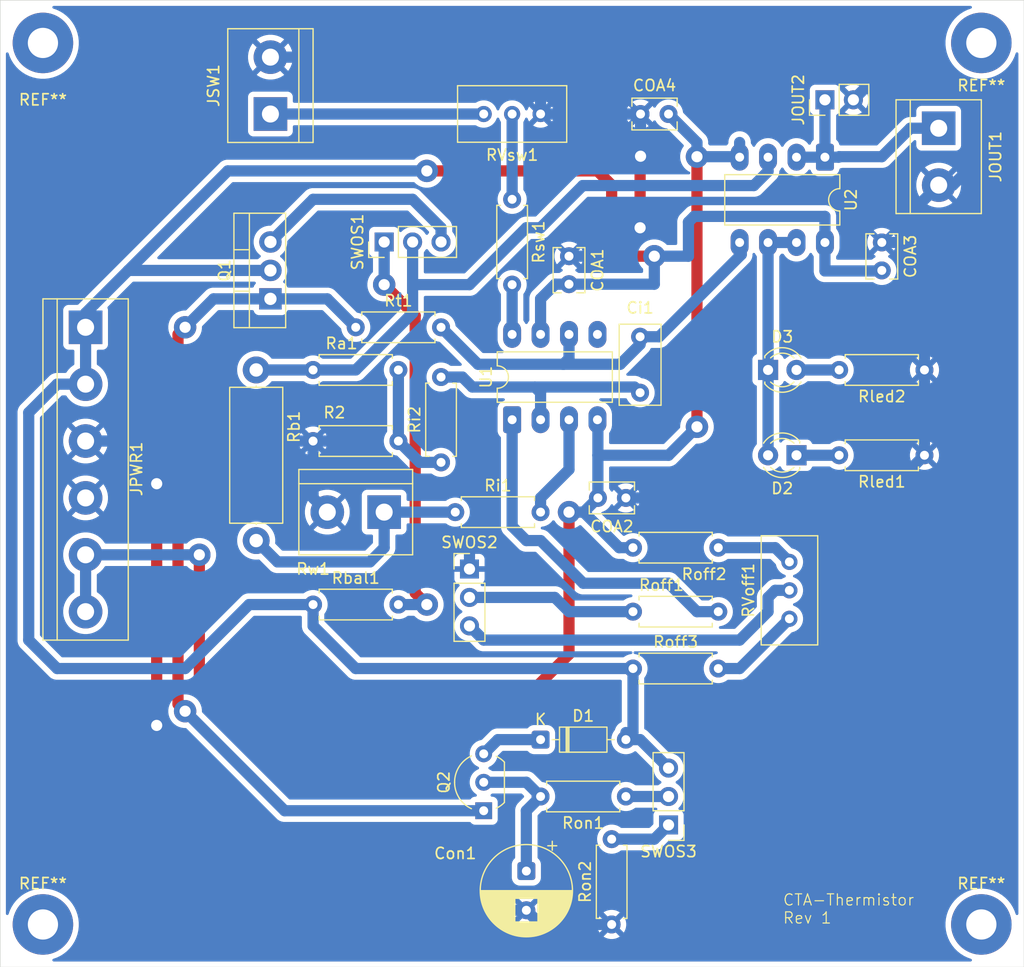
<source format=kicad_pcb>
(kicad_pcb (version 20241229) (generator "pcbnew") (generator_version "9.0")
  (layers (0 "F.Cu" signal) (2 "B.Cu" signal) (13 "F.Paste" user) (15 "B.Paste" user) (5 "F.SilkS" user "F.Silkscreen") (7 "B.SilkS" user "B.Silkscreen") (1 "F.Mask" user) (3 "B.Mask" user) (25 "Edge.Cuts" user))
  (net 0 "")
  (net 1 "Net-(U1--)")
  (net 2 "/OPout")
  (net 3 "GND")
  (net 4 "VCC")
  (net 5 "VEE")
  (net 6 "Net-(Q2-B)")
  (net 7 "Net-(D1-K)")
  (net 8 "Net-(D2-A)")
  (net 9 "Net-(D2-K)")
  (net 10 "Net-(D3-A)")
  (net 11 "/Eo")
  (net 12 "Net-(JSW1-Pin_1)")
  (net 13 "/Von")
  (net 14 "/Vt")
  (net 15 "Net-(R2-Pad1)")
  (net 16 "/Vbr")
  (net 17 "Net-(Rb1-Pad2)")
  (net 18 "Net-(U1-+)")
  (net 19 "/Offset_adjust")
  (net 20 "Net-(SWOS1-A)")
  (net 21 "Net-(RVoff1-Pad1)")
  (net 22 "Net-(RVoff1-Pad3)")
  (net 23 "Net-(SWOS3-B)")
  (net 24 "/SW")
  (net 25 "/Off")
  (net 27 "Net-(SWOS2-B)")
  (net 28 "Net-(SWOS3-A)")
  (net 29 "Net-(RVsw1-Pad2)")
  (footprint "Capacitor_THT:C_Rect_L7.0mm_W3.5mm_P5.00mm" (layer "F.Cu") (at 158.75 85.852 90)
    (property "Reference" "Ci1" (at 7.58 0 180) (layer "F.SilkS"))
    (property "Value" "10n")
    (pad "1" thru_hole circle (at 0 0 90) (size 1.6 1.6) (drill 0.8) (layers "*.Cu" "*.Mask") (net 1 "Net-(U1--)"))
    (pad "2" thru_hole circle (at 5 0 90) (size 1.6 1.6) (drill 0.8) (layers "*.Cu" "*.Mask") (net 2 "/OPout"))
  )
  (footprint "Diode_THT:D_DO-35_SOD27_P7.62mm_Horizontal" (layer "F.Cu") (at 149.86 116.84)
    (property "Reference" "D1" (at 3.81 -2.12 0) (layer "F.SilkS"))
    (property "Value" "1N4148")
    (fp_text user "K" (at 0 -1.8 0) (layer "F.SilkS"))
    (pad "1" thru_hole roundrect (at 0 0) (size 1.6 1.6) (drill 0.8) (layers "*.Cu" "*.Mask") (roundrect_rratio 0.15625) (net 7 "Net-(D1-K)"))
    (pad "2" thru_hole circle (at 7.62 0) (size 1.6 1.6) (drill 0.8) (layers "*.Cu" "*.Mask") (net 4 "VCC"))
  )
  (footprint "Resistor_THT:R_Axial_DIN0207_L6.3mm_D2.5mm_P7.62mm_Horizontal" (layer "F.Cu") (at 156.21 133.35 90)
    (property "Reference" "Ron2" (at 3.81 -2.37 90) (layer "F.SilkS"))
    (property "Value" "100")
    (pad "1" thru_hole circle (at 0 0 90) (size 1.6 1.6) (drill 0.8) (layers "*.Cu" "*.Mask") (net 3 "GND"))
    (pad "2" thru_hole circle (at 7.62 0 90) (size 1.6 1.6) (drill 0.8) (layers "*.Cu" "*.Mask") (net 28 "Net-(SWOS3-A)"))
  )
  (footprint "Resistor_THT:R_Axial_DIN0207_L6.3mm_D2.5mm_P7.62mm_Horizontal" (layer "F.Cu") (at 140.97 92.075 90)
    (property "Reference" "Ri2" (at 3.81 -2.37 90) (layer "F.SilkS"))
    (property "Value" "1k")
    (pad "1" thru_hole circle (at 0 0 90) (size 1.6 1.6) (drill 0.8) (layers "*.Cu" "*.Mask") (net 15 "Net-(R2-Pad1)"))
    (pad "2" thru_hole circle (at 7.62 0 90) (size 1.6 1.6) (drill 0.8) (layers "*.Cu" "*.Mask") (net 1 "Net-(U1--)"))
  )
  (footprint "Connector_PinHeader_2.54mm:PinHeader_1x02_P2.54mm_Vertical" (layer "F.Cu") (at 175.26 59.69 90)
    (property "Reference" "JOUT2" (at 0 -2.38 90) (layer "F.SilkS"))
    (property "Value" "Conn_01x02")
    (pad "1" thru_hole rect (at 0 0 90) (size 1.7 1.7) (drill 1) (layers "*.Cu" "*.Mask") (net 11 "/Eo"))
    (pad "2" thru_hole circle (at 0 2.54 90) (size 1.7 1.7) (drill 1) (layers "*.Cu" "*.Mask") (net 3 "GND"))
  )
  (footprint "Resistor_THT:R_Axial_DIN0207_L6.3mm_D2.5mm_P7.62mm_Horizontal" (layer "F.Cu") (at 129.54 104.775)
    (property "Reference" "Rbal1" (at 3.81 -2.37 0) (layer "F.SilkS"))
    (property "Value" "7.5k")
    (pad "1" thru_hole circle (at 0 0) (size 1.6 1.6) (drill 0.8) (layers "*.Cu" "*.Mask") (net 4 "VCC"))
    (pad "2" thru_hole circle (at 7.62 0) (size 1.6 1.6) (drill 0.8) (layers "*.Cu" "*.Mask") (net 20 "Net-(SWOS1-A)"))
  )
  (footprint "MountingHole:MountingHole_2.7mm_Pad" (layer "F.Cu") (at 105.41 133.35)
    (property "Reference" "REF**" (at 0 -3.65 0) (layer "F.SilkS"))
    (property "Value" "MountingHole_2.7mm_Pad")
    (pad "1" thru_hole circle (at 0 0) (size 5.4 5.4) (drill 2.7) (layers "*.Cu" "*.Mask"))
  )
  (footprint "Connector_PinHeader_2.54mm:PinHeader_1x03_P2.54mm_Vertical" (layer "F.Cu") (at 135.89 72.39 90)
    (property "Reference" "SWOS1" (at 0 -2.38 90) (layer "F.SilkS"))
    (property "Value" "SW_SPDT")
    (pad "1" thru_hole rect (at 0 0 90) (size 1.7 1.7) (drill 1) (layers "*.Cu" "*.Mask") (net 20 "Net-(SWOS1-A)"))
    (pad "2" thru_hole circle (at 0 2.54 90) (size 1.7 1.7) (drill 1) (layers "*.Cu" "*.Mask") (net 16 "/Vbr"))
    (pad "3" thru_hole circle (at 0 5.08 90) (size 1.7 1.7) (drill 1) (layers "*.Cu" "*.Mask") (net 14 "/Vt"))
  )
  (footprint "TerminalBlock:TerminalBlock_bornier-6_P5.08mm" (layer "F.Cu") (at 109.22 80.01 -90)
    (property "Reference" "JPWR1" (at 12.65 -4.55 90) (layer "F.SilkS"))
    (property "Value" "Conn_01x06")
    (pad "1" thru_hole rect (at 0 0 270) (size 3 3) (drill 1.52) (layers "*.Cu" "*.Mask") (net 4 "VCC"))
    (pad "2" thru_hole circle (at 5.08 0 270) (size 3 3) (drill 1.52) (layers "*.Cu" "*.Mask") (net 4 "VCC"))
    (pad "3" thru_hole circle (at 10.16 0 270) (size 3 3) (drill 1.52) (layers "*.Cu" "*.Mask") (net 3 "GND"))
    (pad "4" thru_hole circle (at 15.24 0 270) (size 3 3) (drill 1.52) (layers "*.Cu" "*.Mask") (net 3 "GND"))
    (pad "5" thru_hole circle (at 20.32 0 270) (size 3 3) (drill 1.52) (layers "*.Cu" "*.Mask") (net 5 "VEE"))
    (pad "6" thru_hole circle (at 25.4 0 270) (size 3 3) (drill 1.52) (layers "*.Cu" "*.Mask") (net 5 "VEE"))
  )
  (footprint "Resistor_THT:R_Axial_DIN0207_L6.3mm_D2.5mm_P7.62mm_Horizontal" (layer "F.Cu") (at 184.15 83.82 180)
    (property "Reference" "Rled2" (at 3.81 -2.37 0) (layer "F.SilkS"))
    (property "Value" "1k")
    (pad "1" thru_hole circle (at 0 0 180) (size 1.6 1.6) (drill 0.8) (layers "*.Cu" "*.Mask") (net 3 "GND"))
    (pad "2" thru_hole circle (at 7.62 0 180) (size 1.6 1.6) (drill 0.8) (layers "*.Cu" "*.Mask") (net 10 "Net-(D3-A)"))
  )
  (footprint "Resistor_THT:R_Axial_DIN0207_L6.3mm_D2.5mm_P7.62mm_Horizontal" (layer "F.Cu") (at 129.54 83.82)
    (property "Reference" "Ra1" (at 2.54 -2.37 0) (layer "F.SilkS"))
    (property "Value" "1k")
    (pad "1" thru_hole circle (at 0 0) (size 1.6 1.6) (drill 0.8) (layers "*.Cu" "*.Mask") (net 16 "/Vbr"))
    (pad "2" thru_hole circle (at 7.62 0) (size 1.6 1.6) (drill 0.8) (layers "*.Cu" "*.Mask") (net 15 "Net-(R2-Pad1)"))
  )
  (footprint "MountingHole:MountingHole_2.7mm_Pad" (layer "F.Cu") (at 189.23 54.61)
    (property "Reference" "REF**" (at 0 3.81 0) (layer "F.SilkS"))
    (property "Value" "MountingHole_2.7mm_Pad")
    (pad "1" thru_hole circle (at 0 0) (size 5.4 5.4) (drill 2.7) (layers "*.Cu" "*.Mask"))
  )
  (footprint "Resistor_THT:R_Axial_DIN0207_L6.3mm_D2.5mm_P7.62mm_Horizontal" (layer "F.Cu") (at 158.115 105.41)
    (property "Reference" "Roff1" (at 2.54 -2.37 0) (layer "F.SilkS"))
    (property "Value" "50k")
    (pad "1" thru_hole circle (at 0 0) (size 1.6 1.6) (drill 0.8) (layers "*.Cu" "*.Mask") (net 27 "Net-(SWOS2-B)"))
    (pad "2" thru_hole circle (at 7.62 0) (size 1.6 1.6) (drill 0.8) (layers "*.Cu" "*.Mask") (net 25 "/Off"))
  )
  (footprint "Potentiometer_THT:Potentiometer_Bourns_3296W_Vertical" (layer "F.Cu") (at 172.085 100.965 90)
    (property "Reference" "RVoff1" (at -2.54 -3.66 90) (layer "F.SilkS"))
    (property "Value" "20k")
    (pad "1" thru_hole circle (at 0 0 90) (size 1.44 1.44) (drill 0.8) (layers "*.Cu" "*.Mask") (net 21 "Net-(RVoff1-Pad1)"))
    (pad "2" thru_hole circle (at -2.54 0 90) (size 1.44 1.44) (drill 0.8) (layers "*.Cu" "*.Mask") (net 19 "/Offset_adjust"))
    (pad "3" thru_hole circle (at -5.08 0 90) (size 1.44 1.44) (drill 0.8) (layers "*.Cu" "*.Mask") (net 22 "Net-(RVoff1-Pad3)"))
  )
  (footprint "Package_DIP:DIP-8_W7.62mm_LongPads" (layer "F.Cu") (at 175.26 64.815 -90)
    (property "Reference" "U2" (at 3.81 -2.33 270) (layer "F.SilkS"))
    (property "Value" "LM358")
    (pad "1" thru_hole roundrect (at 0 0 270) (size 2.4 1.6) (drill 0.8) (layers "*.Cu" "*.Mask") (roundrect_rratio 0.15625) (net 11 "/Eo"))
    (pad "2" thru_hole oval (at 0 2.54 270) (size 2.4 1.6) (drill 0.8) (layers "*.Cu" "*.Mask") (net 11 "/Eo"))
    (pad "3" thru_hole oval (at 0 5.08 270) (size 2.4 1.6) (drill 0.8) (layers "*.Cu" "*.Mask") (net 16 "/Vbr"))
    (pad "4" thru_hole oval (at 0 7.62 270) (size 2.4 1.6) (drill 0.8) (layers "*.Cu" "*.Mask") (net 5 "VEE"))
    (pad "5" thru_hole oval (at 7.62 7.62 270) (size 2.4 1.6) (drill 0.8) (layers "*.Cu" "*.Mask") (net 2 "/OPout"))
    (pad "6" thru_hole oval (at 7.62 5.08 270) (size 2.4 1.6) (drill 0.8) (layers "*.Cu" "*.Mask") (net 8 "Net-(D2-A)"))
    (pad "7" thru_hole oval (at 7.62 2.54 270) (size 2.4 1.6) (drill 0.8) (layers "*.Cu" "*.Mask") (net 8 "Net-(D2-A)"))
    (pad "8" thru_hole oval (at 7.62 0 270) (size 2.4 1.6) (drill 0.8) (layers "*.Cu" "*.Mask") (net 4 "VCC"))
  )
  (footprint "LED_THT:LED_D3.0mm" (layer "F.Cu") (at 170.18 83.82)
    (property "Reference" "D3" (at 1.27 -2.96 0) (layer "F.SilkS"))
    (property "Value" "LED")
    (pad "1" thru_hole rect (at 0 0) (size 1.8 1.8) (drill 0.9) (layers "*.Cu" "*.Mask") (net 8 "Net-(D2-A)"))
    (pad "2" thru_hole circle (at 2.54 0) (size 1.8 1.8) (drill 0.9) (layers "*.Cu" "*.Mask") (net 10 "Net-(D3-A)"))
  )
  (footprint "Capacitor_THT:CP_Radial_D8.0mm_P3.50mm" (layer "F.Cu") (at 148.59 128.58 -90)
    (property "Reference" "Con1" (at -1.58 6.35 180) (layer "F.SilkS"))
    (property "Value" "100u")
    (pad "1" thru_hole roundrect (at 0 0 270) (size 1.6 1.6) (drill 0.8) (layers "*.Cu" "*.Mask") (roundrect_rratio 0.15625) (net 6 "Net-(Q2-B)"))
    (pad "2" thru_hole circle (at 3.5 0 270) (size 1.6 1.6) (drill 0.8) (layers "*.Cu" "*.Mask") (net 3 "GND"))
  )
  (footprint "Resistor_THT:R_Axial_DIN0207_L6.3mm_D2.5mm_P7.62mm_Horizontal" (layer "F.Cu") (at 137.16 90.17 180)
    (property "Reference" "R2" (at 5.715 2.54 0) (layer "F.SilkS"))
    (property "Value" "R")
    (pad "1" thru_hole circle (at 0 0 180) (size 1.6 1.6) (drill 0.8) (layers "*.Cu" "*.Mask") (net 15 "Net-(R2-Pad1)"))
    (pad "2" thru_hole circle (at 7.62 0 180) (size 1.6 1.6) (drill 0.8) (layers "*.Cu" "*.Mask") (net 3 "GND"))
  )
  (footprint "TerminalBlock:TerminalBlock_bornier-2_P5.08mm" (layer "F.Cu") (at 135.89 96.52 180)
    (property "Reference" "Rw1" (at 6.35 -5.08 0) (layer "F.SilkS"))
    (property "Value" "100")
    (pad "1" thru_hole rect (at 0 0 180) (size 3 3) (drill 1.52) (layers "*.Cu" "*.Mask") (net 17 "Net-(Rb1-Pad2)"))
    (pad "2" thru_hole circle (at 5.08 0 180) (size 3 3) (drill 1.52) (layers "*.Cu" "*.Mask") (net 3 "GND"))
  )
  (footprint "Capacitor_THT:C_Disc_D3.8mm_W2.6mm_P2.50mm" (layer "F.Cu") (at 152.4 73.66 -90)
    (property "Reference" "COA1" (at 1.25 -2.55 90) (layer "F.SilkS"))
    (property "Value" "100n")
    (pad "1" thru_hole circle (at 0 0 270) (size 1.6 1.6) (drill 0.8) (layers "*.Cu" "*.Mask") (net 3 "GND"))
    (pad "2" thru_hole circle (at 2.5 0 270) (size 1.6 1.6) (drill 0.8) (layers "*.Cu" "*.Mask") (net 4 "VCC"))
  )
  (footprint "LED_THT:LED_D3.0mm" (layer "F.Cu") (at 172.72 91.44 180)
    (property "Reference" "D2" (at 1.27 -2.96 0) (layer "F.SilkS"))
    (property "Value" "LED")
    (pad "1" thru_hole rect (at 0 0 180) (size 1.8 1.8) (drill 0.9) (layers "*.Cu" "*.Mask") (net 9 "Net-(D2-K)"))
    (pad "2" thru_hole circle (at 2.54 0 180) (size 1.8 1.8) (drill 0.9) (layers "*.Cu" "*.Mask") (net 8 "Net-(D2-A)"))
  )
  (footprint "Resistor_THT:R_Axial_DIN0207_L6.3mm_D2.5mm_P7.62mm_Horizontal" (layer "F.Cu") (at 165.735 99.695 180)
    (property "Reference" "Roff2" (at 1.27 -2.37 0) (layer "F.SilkS"))
    (property "Value" "15k")
    (pad "1" thru_hole circle (at 0 0 180) (size 1.6 1.6) (drill 0.8) (layers "*.Cu" "*.Mask") (net 21 "Net-(RVoff1-Pad1)"))
    (pad "2" thru_hole circle (at 7.62 0 180) (size 1.6 1.6) (drill 0.8) (layers "*.Cu" "*.Mask") (net 5 "VEE"))
  )
  (footprint "Resistor_THT:R_Axial_DIN0207_L6.3mm_D2.5mm_P7.62mm_Horizontal" (layer "F.Cu") (at 147.32 68.58 -90)
    (property "Reference" "Rsw1" (at 3.81 -2.37 90) (layer "F.SilkS"))
    (property "Value" "500k")
    (pad "1" thru_hole circle (at 0 0 270) (size 1.6 1.6) (drill 0.8) (layers "*.Cu" "*.Mask") (net 29 "Net-(RVsw1-Pad2)"))
    (pad "2" thru_hole circle (at 7.62 0 270) (size 1.6 1.6) (drill 0.8) (layers "*.Cu" "*.Mask") (net 24 "/SW"))
  )
  (footprint "MountingHole:MountingHole_2.7mm_Pad" (layer "F.Cu") (at 189.23 133.35)
    (property "Reference" "REF**" (at 0 -3.65 0) (layer "F.SilkS"))
    (property "Value" "MountingHole_2.7mm_Pad")
    (pad "1" thru_hole circle (at 0 0) (size 5.4 5.4) (drill 2.7) (layers "*.Cu" "*.Mask"))
  )
  (footprint "Resistor_THT:R_Axial_DIN0207_L6.3mm_D2.5mm_P7.62mm_Horizontal" (layer "F.Cu") (at 158.115 110.49)
    (property "Reference" "Roff3" (at 3.81 -2.37 0) (layer "F.SilkS"))
    (property "Value" "1k")
    (pad "1" thru_hole circle (at 0 0) (size 1.6 1.6) (drill 0.8) (layers "*.Cu" "*.Mask") (net 4 "VCC"))
    (pad "2" thru_hole circle (at 7.62 0) (size 1.6 1.6) (drill 0.8) (layers "*.Cu" "*.Mask") (net 22 "Net-(RVoff1-Pad3)"))
  )
  (footprint "TerminalBlock:TerminalBlock_bornier-2_P5.08mm" (layer "F.Cu") (at 125.73 60.96 90)
    (property "Reference" "JSW1" (at 2.54 -5.08 90) (layer "F.SilkS"))
    (property "Value" "Conn_01x02")
    (pad "1" thru_hole rect (at 0 0 90) (size 3 3) (drill 1.52) (layers "*.Cu" "*.Mask") (net 12 "Net-(JSW1-Pin_1)"))
    (pad "2" thru_hole circle (at 5.08 0 90) (size 3 3) (drill 1.52) (layers "*.Cu" "*.Mask") (net 3 "GND"))
  )
  (footprint "Connector_PinHeader_2.54mm:PinHeader_1x03_P2.54mm_Vertical" (layer "F.Cu") (at 161.29 124.46 180)
    (property "Reference" "SWOS3" (at 0 -2.38 0) (layer "F.SilkS"))
    (property "Value" "SW_SPDT")
    (pad "1" thru_hole rect (at 0 0 180) (size 1.7 1.7) (drill 1) (layers "*.Cu" "*.Mask") (net 28 "Net-(SWOS3-A)"))
    (pad "2" thru_hole circle (at 0 2.54 180) (size 1.7 1.7) (drill 1) (layers "*.Cu" "*.Mask") (net 23 "Net-(SWOS3-B)"))
    (pad "3" thru_hole circle (at 0 5.08 180) (size 1.7 1.7) (drill 1) (layers "*.Cu" "*.Mask") (net 4 "VCC"))
  )
  (footprint "Resistor_THT:R_Axial_DIN0207_L6.3mm_D2.5mm_P7.62mm_Horizontal" (layer "F.Cu") (at 184.15 91.44 180)
    (property "Reference" "Rled1" (at 3.81 -2.37 0) (layer "F.SilkS"))
    (property "Value" "1k")
    (pad "1" thru_hole circle (at 0 0 180) (size 1.6 1.6) (drill 0.8) (layers "*.Cu" "*.Mask") (net 3 "GND"))
    (pad "2" thru_hole circle (at 7.62 0 180) (size 1.6 1.6) (drill 0.8) (layers "*.Cu" "*.Mask") (net 9 "Net-(D2-K)"))
  )
  (footprint "Capacitor_THT:C_Disc_D3.8mm_W2.6mm_P2.50mm" (layer "F.Cu") (at 157.48 95.25 180)
    (property "Reference" "COA2" (at 1.25 -2.55 0) (layer "F.SilkS"))
    (property "Value" "100n")
    (pad "1" thru_hole circle (at 0 0 180) (size 1.6 1.6) (drill 0.8) (layers "*.Cu" "*.Mask") (net 3 "GND"))
    (pad "2" thru_hole circle (at 2.5 0 180) (size 1.6 1.6) (drill 0.8) (layers "*.Cu" "*.Mask") (net 5 "VEE"))
  )
  (footprint "Potentiometer_THT:Potentiometer_Bourns_3296W_Vertical" (layer "F.Cu") (at 144.78 60.96 180)
    (property "Reference" "RVsw1" (at -2.54 -3.66 0) (layer "F.SilkS"))
    (property "Value" "1k")
    (pad "1" thru_hole circle (at 0 0 180) (size 1.44 1.44) (drill 0.8) (layers "*.Cu" "*.Mask") (net 12 "Net-(JSW1-Pin_1)"))
    (pad "2" thru_hole circle (at -2.54 0 180) (size 1.44 1.44) (drill 0.8) (layers "*.Cu" "*.Mask") (net 29 "Net-(RVsw1-Pad2)"))
    (pad "3" thru_hole circle (at -5.08 0 180) (size 1.44 1.44) (drill 0.8) (layers "*.Cu" "*.Mask") (net 3 "GND"))
  )
  (footprint "Resistor_THT:R_Axial_DIN0207_L6.3mm_D2.5mm_P7.62mm_Horizontal" (layer "F.Cu") (at 157.48 121.92 180)
    (property "Reference" "Ron1" (at 3.81 -2.37 0) (layer "F.SilkS"))
    (property "Value" "5.1k")
    (pad "1" thru_hole circle (at 0 0 180) (size 1.6 1.6) (drill 0.8) (layers "*.Cu" "*.Mask") (net 23 "Net-(SWOS3-B)"))
    (pad "2" thru_hole circle (at 7.62 0 180) (size 1.6 1.6) (drill 0.8) (layers "*.Cu" "*.Mask") (net 6 "Net-(Q2-B)"))
  )
  (footprint "Connector_PinHeader_2.54mm:PinHeader_1x03_P2.54mm_Vertical" (layer "F.Cu") (at 143.51 101.6)
    (property "Reference" "SWOS2" (at 0 -2.38 0) (layer "F.SilkS"))
    (property "Value" "SW_SPDT")
    (pad "1" thru_hole rect (at 0 0) (size 1.7 1.7) (drill 1) (layers "*.Cu" "*.Mask") (net 3 "GND"))
    (pad "2" thru_hole circle (at 0 2.54) (size 1.7 1.7) (drill 1) (layers "*.Cu" "*.Mask") (net 27 "Net-(SWOS2-B)"))
    (pad "3" thru_hole circle (at 0 5.08) (size 1.7 1.7) (drill 1) (layers "*.Cu" "*.Mask") (net 19 "/Offset_adjust"))
  )
  (footprint "Resistor_THT:R_Axial_DIN0207_L6.3mm_D2.5mm_P7.62mm_Horizontal" (layer "F.Cu") (at 133.35 80.01)
    (property "Reference" "Rt1" (at 3.81 -2.37 0) (layer "F.SilkS"))
    (property "Value" "1k")
    (pad "1" thru_hole circle (at 0 0) (size 1.6 1.6) (drill 0.8) (layers "*.Cu" "*.Mask") (net 13 "/Von"))
    (pad "2" thru_hole circle (at 7.62 0) (size 1.6 1.6) (drill 0.8) (layers "*.Cu" "*.Mask") (net 2 "/OPout"))
  )
  (footprint "Package_TO_SOT_THT:TO-92_Inline_Wide" (layer "F.Cu") (at 144.78 123.19 90)
    (property "Reference" "Q2" (at 2.54 -3.56 90) (layer "F.SilkS"))
    (property "Value" "BC557")
    (pad "1" thru_hole rect (at 0 0 90) (size 1.5 1.5) (drill 0.8) (layers "*.Cu" "*.Mask") (net 13 "/Von"))
    (pad "2" thru_hole circle (at 2.54 0 90) (size 1.5 1.5) (drill 0.8) (layers "*.Cu" "*.Mask") (net 6 "Net-(Q2-B)"))
    (pad "3" thru_hole circle (at 5.08 0 90) (size 1.5 1.5) (drill 0.8) (layers "*.Cu" "*.Mask") (net 7 "Net-(D1-K)"))
  )
  (footprint "Capacitor_THT:C_Disc_D3.8mm_W2.6mm_P2.50mm" (layer "F.Cu") (at 180.34 72.43 -90)
    (property "Reference" "COA3" (at 1.25 -2.55 90) (layer "F.SilkS"))
    (property "Value" "100n")
    (pad "1" thru_hole circle (at 0 0 270) (size 1.6 1.6) (drill 0.8) (layers "*.Cu" "*.Mask") (net 3 "GND"))
    (pad "2" thru_hole circle (at 2.5 0 270) (size 1.6 1.6) (drill 0.8) (layers "*.Cu" "*.Mask") (net 4 "VCC"))
  )
  (footprint "Resistor_THT:R_Axial_DIN0207_L6.3mm_D2.5mm_P7.62mm_Horizontal" (layer "F.Cu") (at 142.24 96.52)
    (property "Reference" "Ri1" (at 3.81 -2.37 0) (layer "F.SilkS"))
    (property "Value" "1k")
    (pad "1" thru_hole circle (at 0 0) (size 1.6 1.6) (drill 0.8) (layers "*.Cu" "*.Mask") (net 17 "Net-(Rb1-Pad2)"))
    (pad "2" thru_hole circle (at 7.62 0) (size 1.6 1.6) (drill 0.8) (layers "*.Cu" "*.Mask") (net 18 "Net-(U1-+)"))
  )
  (footprint "Capacitor_THT:C_Disc_D3.8mm_W2.6mm_P2.50mm" (layer "F.Cu") (at 158.79 60.96)
    (property "Reference" "COA4" (at 1.25 -2.55 0) (layer "F.SilkS"))
    (property "Value" "100n")
    (pad "1" thru_hole circle (at 0 0) (size 1.6 1.6) (drill 0.8) (layers "*.Cu" "*.Mask") (net 3 "GND"))
    (pad "2" thru_hole circle (at 2.5 0) (size 1.6 1.6) (drill 0.8) (layers "*.Cu" "*.Mask") (net 5 "VEE"))
  )
  (footprint "MountingHole:MountingHole_2.7mm_Pad" (layer "F.Cu") (at 105.41 54.61)
    (property "Reference" "REF**" (at 0 5.08 0) (layer "F.SilkS"))
    (property "Value" "MountingHole_2.7mm_Pad")
    (pad "1" thru_hole circle (at 0 0) (size 5.4 5.4) (drill 2.7) (layers "*.Cu" "*.Mask"))
  )
  (footprint "Package_TO_SOT_THT:TO-220-3_Vertical" (layer "F.Cu") (at 125.73 77.47 90)
    (property "Reference" "Q1" (at 2.54 -4.1 90) (layer "F.SilkS"))
    (property "Value" "TIP120")
    (pad "1" thru_hole rect (at 0 0 90) (size 1.905 2) (drill 1.1) (layers "*.Cu" "*.Mask") (net 13 "/Von"))
    (pad "2" thru_hole oval (at 2.54 0 90) (size 1.905 2) (drill 1.1) (layers "*.Cu" "*.Mask") (net 4 "VCC"))
    (pad "3" thru_hole oval (at 5.08 0 90) (size 1.905 2) (drill 1.1) (layers "*.Cu" "*.Mask") (net 14 "/Vt"))
  )
  (footprint "TerminalBlock:TerminalBlock_bornier-2_P5.08mm" (layer "F.Cu") (at 185.42 62.23 -90)
    (property "Reference" "JOUT1" (at 2.54 -5.08 90) (layer "F.SilkS"))
    (property "Value" "Conn_01x02")
    (pad "1" thru_hole rect (at 0 0 270) (size 3 3) (drill 1.52) (layers "*.Cu" "*.Mask") (net 11 "/Eo"))
    (pad "2" thru_hole circle (at 5.08 0 270) (size 3 3) (drill 1.52) (layers "*.Cu" "*.Mask") (net 3 "GND"))
  )
  (footprint "Resistor_THT:R_Axial_DIN0414_L11.9mm_D4.5mm_P15.24mm_Horizontal" (layer "F.Cu") (at 124.46 83.82 -90)
    (property "Reference" "Rb1" (at 5.08 -3.37 90) (layer "F.SilkS"))
    (property "Value" "100")
    (pad "1" thru_hole circle (at 0 0 270) (size 2.4 2.4) (drill 1.2) (layers "*.Cu" "*.Mask") (net 16 "/Vbr"))
    (pad "2" thru_hole circle (at 15.24 0 270) (size 2.4 2.4) (drill 1.2) (layers "*.Cu" "*.Mask") (net 17 "Net-(Rb1-Pad2)"))
  )
  (footprint "Package_DIP:DIP-8_W7.62mm_LongPads" (layer "F.Cu") (at 147.32 88.265 90)
    (property "Reference" "U1" (at 3.81 -2.33 90) (layer "F.SilkS"))
    (property "Value" "OP07")
    (pad "1" thru_hole roundrect (at 0 0 90) (size 2.4 1.6) (drill 0.8) (layers "*.Cu" "*.Mask") (roundrect_rratio 0.15625) (net 25 "/Off"))
    (pad "2" thru_hole oval (at 0 2.54 90) (size 2.4 1.6) (drill 0.8) (layers "*.Cu" "*.Mask") (net 1 "Net-(U1--)"))
    (pad "3" thru_hole oval (at 0 5.08 90) (size 2.4 1.6) (drill 0.8) (layers "*.Cu" "*.Mask") (net 18 "Net-(U1-+)"))
    (pad "4" thru_hole oval (at 0 7.62 90) (size 2.4 1.6) (drill 0.8) (layers "*.Cu" "*.Mask") (net 5 "VEE"))
    (pad "5" thru_hole oval (at 7.62 7.62 90) (size 2.4 1.6) (drill 0.8) (layers "*.Cu" "*.Mask"))
    (pad "6" thru_hole oval (at 7.62 5.08 90) (size 2.4 1.6) (drill 0.8) (layers "*.Cu" "*.Mask") (net 2 "/OPout"))
    (pad "7" thru_hole oval (at 7.62 2.54 90) (size 2.4 1.6) (drill 0.8) (layers "*.Cu" "*.Mask") (net 4 "VCC"))
    (pad "8" thru_hole oval (at 7.62 0 90) (size 2.4 1.6) (drill 0.8) (layers "*.Cu" "*.Mask") (net 24 "/SW"))
  )
  (gr_rect (start 101.6 50.8) (end 193.04 137.16) (stroke (width 0.05)) (fill no) (layer "Edge.Cuts"))
  (gr_text "CTA-Thermistor\nRev 1" (at 171.45 133.35 0) (layer "F.SilkS") (effects (font (size 1 1) (thickness 0.1)) (justify left bottom)))
  (segment (start 143.764 85.344) (end 149.352 85.344) (width 1) (layer "B.Cu") (net 1))
  (segment (start 149.86 85.852) (end 149.86 88.265) (width 1) (layer "B.Cu") (net 1))
  (segment (start 149.352 85.344) (end 149.86 85.852) (width 1) (layer "B.Cu") (net 1))
  (segment (start 149.352 85.344) (end 158.242 85.344) (width 1) (layer "B.Cu") (net 1))
  (segment (start 158.242 85.344) (end 158.75 85.852) (width 1) (layer "B.Cu") (net 1))
  (segment (start 142.875 84.455) (end 143.764 85.344) (width 1) (layer "B.Cu") (net 1))
  (segment (start 140.97 84.455) (end 142.875 84.455) (width 1) (layer "B.Cu") (net 1))
  (segment (start 156.972 83.312) (end 158.75 81.534) (width 1) (layer "B.Cu") (net 2))
  (segment (start 144.272 83.312) (end 151.892 83.312) (width 1) (layer "B.Cu") (net 2))
  (segment (start 152.4 82.804) (end 152.4 80.645) (width 1) (layer "B.Cu") (net 2))
  (segment (start 140.97 80.01) (end 144.272 83.312) (width 1) (layer "B.Cu") (net 2))
  (segment (start 158.75 81.534) (end 158.75 80.852) (width 1) (layer "B.Cu") (net 2))
  (segment (start 158.75 80.852) (end 160.448 80.852) (width 1) (layer "B.Cu") (net 2))
  (segment (start 151.892 83.312) (end 156.972 83.312) (width 1) (layer "B.Cu") (net 2))
  (segment (start 167.787 73.513) (end 167.787 72.288) (width 1) (layer "B.Cu") (net 2))
  (segment (start 160.448 80.852) (end 167.787 73.513) (width 1) (layer "B.Cu") (net 2))
  (segment (start 151.892 83.312) (end 152.4 82.804) (width 1) (layer "B.Cu") (net 2))
  (segment (start 115.57 93.98) (end 115.57 115.57) (width 1) (layer "F.Cu") (net 3))
  (segment (start 158.75 64.77) (end 158.75 71.12) (width 1) (layer "F.Cu") (net 3))
  (segment (start 158.79 64.73) (end 158.75 64.77) (width 1) (layer "F.Cu") (net 3))
  (via (at 115.57 93.98) (size 2) (drill 1) (layers "F.Cu" "B.Cu") (net 3))
  (via (at 115.57 115.57) (size 2) (drill 1) (layers "F.Cu" "B.Cu") (net 3))
  (via (at 158.75 71.12) (size 2) (drill 1) (layers "F.Cu" "B.Cu") (net 3))
  (via (at 158.79 64.73) (size 2) (drill 1) (layers "F.Cu" "B.Cu") (net 3))
  (segment (start 182.92 69.81) (end 183.515 69.215) (width 1) (layer "B.Cu") (net 3))
  (segment (start 144.78 97.79) (end 143.51 99.06) (width 1) (layer "B.Cu") (net 3))
  (segment (start 189.23 59.69) (end 187.96 58.42) (width 1) (layer "B.Cu") (net 3))
  (segment (start 115.57 90.17) (end 124.46 90.17) (width 1) (layer "B.Cu") (net 3))
  (segment (start 115.57 90.17) (end 115.57 93.98) (width 1) (layer "B.Cu") (net 3))
  (segment (start 184.15 83.82) (end 184.15 91.44) (width 1) (layer "B.Cu") (net 3))
  (segment (start 156.21 73.66) (end 158.75 71.12) (width 1) (layer "B.Cu") (net 3))
  (segment (start 144.78 95.25) (end 144.78 97.79) (width 1) (layer "B.Cu") (net 3))
  (segment (start 129.54 90.17) (end 132.08 90.17) (width 1) (layer "B.Cu") (net 3))
  (segment (start 125.73 55.88) (end 147.32 55.88) (width 1) (layer "B.Cu") (net 3))
  (segment (start 143.51 101.6) (end 143.51 99.06) (width 1) (layer "B.Cu") (net 3))
  (segment (start 143.51 93.98) (end 144.78 95.25) (width 1) (layer "B.Cu") (net 3))
  (segment (start 189.23 64.77) (end 189.23 59.69) (width 1) (layer "B.Cu") (net 3))
  (segment (start 129.54 90.17) (end 129.54 95.25) (width 1) (layer "B.Cu") (net 3))
  (segment (start 183.515 69.215) (end 185.42 67.31) (width 1) (layer "B.Cu") (net 3))
  (segment (start 184.15 91.44) (end 180.34 95.25) (width 1) (layer "B.Cu") (net 3))
  (segment (start 147.32 55.88) (end 149.86 58.42) (width 1) (layer "B.Cu") (net 3))
  (segment (start 149.86 60.96) (end 158.79 60.96) (width 1) (layer "B.Cu") (net 3))
  (segment (start 149.86 133.35) (end 156.21 133.35) (width 1) (layer "B.Cu") (net 3))
  (segment (start 129.54 95.25) (end 130.81 96.52) (width 1) (layer "B.Cu") (net 3))
  (segment (start 184.15 73.66) (end 182.92 72.43) (width 1) (layer "B.Cu") (net 3))
  (segment (start 135.89 93.98) (end 143.51 93.98) (width 1) (layer "B.Cu") (net 3))
  (segment (start 149.86 58.42) (end 149.86 60.96) (width 1) (layer "B.Cu") (net 3))
  (segment (start 124.46 90.17) (end 129.54 90.17) (width 1) (layer "B.Cu") (net 3))
  (segment (start 185.42 67.31) (end 186.69 67.31) (width 1) (layer "B.Cu") (net 3))
  (segment (start 182.92 72.43) (end 180.34 72.43) (width 1) (layer "B.Cu") (net 3))
  (segment (start 158.79 60.96) (end 158.79 64.73) (width 1) (layer "B.Cu") (net 3))
  (segment (start 132.08 132.08) (end 148.59 132.08) (width 1) (layer "B.Cu") (net 3))
  (segment (start 182.92 72.43) (end 182.92 69.81) (width 1) (layer "B.Cu") (net 3))
  (segment (start 179.07 58.42) (end 177.8 59.69) (width 1) (layer "B.Cu") (net 3))
  (segment (start 152.4 73.66) (end 156.21 73.66) (width 1) (layer "B.Cu") (net 3))
  (segment (start 115.57 115.57) (end 132.08 132.08) (width 1) (layer "B.Cu") (net 3))
  (segment (start 132.08 90.17) (end 135.89 93.98) (width 1) (layer "B.Cu") (net 3))
  (segment (start 186.69 67.31) (end 189.23 64.77) (width 1) (layer "B.Cu") (net 3))
  (segment (start 184.15 83.82) (end 184.15 73.66) (width 1) (layer "B.Cu") (net 3))
  (segment (start 109.22 90.17) (end 115.57 90.17) (width 1) (layer "B.Cu") (net 3))
  (segment (start 148.59 132.08) (end 149.86 133.35) (width 1) (layer "B.Cu") (net 3))
  (segment (start 187.96 58.42) (end 179.07 58.42) (width 1) (layer "B.Cu") (net 3))
  (segment (start 158.75 64.77) (end 158.79 64.73) (width 1) (layer "B.Cu") (net 3))
  (segment (start 180.34 95.25) (end 157.48 95.25) (width 1) (layer "B.Cu") (net 3))
  (segment (start 139.7 66.04) (end 154.94 66.04) (width 1) (layer "F.Cu") (net 4))
  (segment (start 154.94 66.04) (end 156.21 67.31) (width 1) (layer "F.Cu") (net 4))
  (segment (start 156.21 72.39) (end 157.48 73.66) (width 1) (layer "F.Cu") (net 4))
  (segment (start 156.21 67.31) (end 156.21 72.39) (width 1) (layer "F.Cu") (net 4))
  (segment (start 157.48 73.66) (end 160.02 73.66) (width 1) (layer "F.Cu") (net 4))
  (via (at 160.02 73.66) (size 2) (drill 1) (layers "F.Cu" "B.Cu") (net 4))
  (via (at 139.7 66.04) (size 2) (drill 1) (layers "F.Cu" "B.Cu") (net 4))
  (segment (start 175.26 70.104) (end 163.576 70.104) (width 1) (layer "B.Cu") (net 4))
  (segment (start 152.4 76.16) (end 160.02 76.16) (width 1) (layer "B.Cu") (net 4))
  (segment (start 109.22 85.09) (end 106.68 85.09) (width 1) (layer "B.Cu") (net 4))
  (segment (start 158.75 116.84) (end 161.29 119.38) (width 1) (layer "B.Cu") (net 4))
  (segment (start 151.17 76.16) (end 149.86 77.47) (width 1) (layer "B.Cu") (net 4))
  (segment (start 160.02 73.66) (end 163.068 73.66) (width 1) (layer "B.Cu") (net 4))
  (segment (start 163.068 70.612) (end 163.576 70.104) (width 1) (layer "B.Cu") (net 4))
  (segment (start 133.35 110.49) (end 158.115 110.49) (width 1) (layer "B.Cu") (net 4))
  (segment (start 180.295 74.975) (end 180.34 74.93) (width 1) (layer "B.Cu") (net 4))
  (segment (start 175.26 72.43) (end 175.26 74.975) (width 1) (layer "B.Cu") (net 4))
  (segment (start 109.22 85.09) (end 109.22 80.01) (width 1) (layer "B.Cu") (net 4))
  (segment (start 109.22 80.01) (end 109.22 78.74) (width 1) (layer "B.Cu") (net 4))
  (segment (start 109.22 78.74) (end 113.03 74.93) (width 1) (layer "B.Cu") (net 4))
  (segment (start 129.54 104.775) (end 129.54 106.68) (width 1) (layer "B.Cu") (net 4))
  (segment (start 163.068 73.66) (end 163.068 70.612) (width 1) (layer "B.Cu") (net 4))
  (segment (start 175.26 72.435) (end 175.26 70.104) (width 1) (layer "B.Cu") (net 4))
  (segment (start 129.54 106.68) (end 133.35 110.49) (width 1) (layer "B.Cu") (net 4))
  (segment (start 158.115 116.205) (end 157.48 116.84) (width 1) (layer "B.Cu") (net 4))
  (segment (start 160.02 73.66) (end 160.02 76.16) (width 1) (layer "B.Cu") (net 4))
  (segment (start 152.4 76.16) (end 151.17 76.16) (width 1) (layer "B.Cu") (net 4))
  (segment (start 104.14 87.63) (end 104.14 107.95) (width 1) (layer "B.Cu") (net 4))
  (segment (start 106.68 85.09) (end 104.14 87.63) (width 1) (layer "B.Cu") (net 4))
  (segment (start 104.14 107.95) (end 106.68 110.49) (width 1) (layer "B.Cu") (net 4))
  (segment (start 158.115 110.49) (end 158.115 116.205) (width 1) (layer "B.Cu") (net 4))
  (segment (start 106.68 110.49) (end 118.11 110.49) (width 1) (layer "B.Cu") (net 4))
  (segment (start 118.11 110.49) (end 123.825 104.775) (width 1) (layer "B.Cu") (net 4))
  (segment (start 121.92 66.04) (end 139.7 66.04) (width 1) (layer "B.Cu") (net 4))
  (segment (start 113.03 74.93) (end 125.73 74.93) (width 1) (layer "B.Cu") (net 4))
  (segment (start 175.26 74.975) (end 180.295 74.975) (width 1) (layer "B.Cu") (net 4))
  (segment (start 157.48 116.84) (end 158.75 116.84) (width 1) (layer "B.Cu") (net 4))
  (segment (start 123.825 104.775) (end 129.54 104.775) (width 1) (layer "B.Cu") (net 4))
  (segment (start 113.03 74.93) (end 121.92 66.04) (width 1) (layer "B.Cu") (net 4))
  (segment (start 157.48 116.84) (end 157.48 116.205) (width 1) (layer "B.Cu") (net 4))
  (segment (start 149.86 77.47) (end 149.86 80.645) (width 1) (layer "B.Cu") (net 4))
  (segment (start 163.83 88.9) (end 163.83 64.77) (width 1) (layer "F.Cu") (net 5))
  (segment (start 147.32 114.3) (end 152.4 109.22) (width 1) (layer "F.Cu") (net 5))
  (segment (start 121.92 114.3) (end 119.38 111.76) (width 1) (layer "F.Cu") (net 5))
  (segment (start 121.92 114.3) (end 147.32 114.3) (width 1) (layer "F.Cu") (net 5))
  (segment (start 119.38 111.76) (end 119.38 100.33) (width 1) (layer "F.Cu") (net 5))
  (segment (start 152.4 109.22) (end 152.4 96.52) (width 1) (layer "F.Cu") (net 5))
  (via (at 152.4 96.52) (size 2) (drill 1) (layers "F.Cu" "B.Cu") (net 5))
  (via (at 163.83 88.9) (size 2) (drill 1) (layers "F.Cu" "B.Cu") (net 5))
  (via (at 119.38 100.33) (size 2) (drill 1) (layers "F.Cu" "B.Cu") (net 5))
  (via (at 163.83 64.77) (size 2) (drill 1) (layers "F.Cu" "B.Cu") (net 5))
  (segment (start 167.64 64.815) (end 167.64 63.5) (width 1) (layer "B.Cu") (net 5))
  (segment (start 161.29 91.44) (end 163.83 88.9) (width 1) (layer "B.Cu") (net 5))
  (segment (start 153.71 96.52) (end 154.98 95.25) (width 1) (layer "B.Cu") (net 5))
  (segment (start 163.83 64.77) (end 163.83 63.5) (width 1) (layer "B.Cu") (net 5))
  (segment (start 163.83 64.77) (end 167.595 64.77) (width 1) (layer "B.Cu") (net 5))
  (segment (start 152.4 96.52) (end 153.71 96.52) (width 1) (layer "B.Cu") (net 5))
  (segment (start 154.98 88.305) (end 154.94 88.265) (width 1) (layer "B.Cu") (net 5))
  (segment (start 109.22 105.41) (end 109.22 100.33) (width 1) (layer "B.Cu") (net 5))
  (segment (start 154.98 91.44) (end 154.98 88.305) (width 1) (layer "B.Cu") (net 5))
  (segment (start 163.83 63.5) (end 161.29 60.96) (width 1) (layer "B.Cu") (net 5))
  (segment (start 156.885 99.695) (end 158.115 99.695) (width 1) (layer "B.Cu") (net 5))
  (segment (start 167.595 64.77) (end 167.64 64.815) (width 1) (layer "B.Cu") (net 5))
  (segment (start 153.71 96.52) (end 156.885 99.695) (width 1) (layer "B.Cu") (net 5))
  (segment (start 154.98 91.44) (end 161.29 91.44) (width 1) (layer "B.Cu") (net 5))
  (segment (start 109.22 100.33) (end 119.38 100.33) (width 1) (layer "B.Cu") (net 5))
  (segment (start 154.98 95.25) (end 154.98 91.44) (width 1) (layer "B.Cu") (net 5))
  (segment (start 148.59 123.19) (end 149.86 121.92) (width 1) (layer "B.Cu") (net 6))
  (segment (start 148.59 120.65) (end 149.86 121.92) (width 1) (layer "B.Cu") (net 6))
  (segment (start 144.78 120.65) (end 148.59 120.65) (width 1) (layer "B.Cu") (net 6))
  (segment (start 148.59 128.58) (end 148.59 123.19) (width 1) (layer "B.Cu") (net 6))
  (segment (start 146.05 116.84) (end 149.86 116.84) (width 1) (layer "B.Cu") (net 7))
  (segment (start 144.78 118.11) (end 146.05 116.84) (width 1) (layer "B.Cu") (net 7))
  (segment (start 170.18 83.82) (end 170.18 72.435) (width 1) (layer "B.Cu") (net 8))
  (segment (start 170.18 91.44) (end 170.18 83.82) (width 1) (layer "B.Cu") (net 8))
  (segment (start 170.18 72.435) (end 172.72 72.435) (width 1) (layer "B.Cu") (net 8))
  (segment (start 172.72 91.44) (end 176.53 91.44) (width 1) (layer "B.Cu") (net 9))
  (segment (start 176.53 83.82) (end 172.72 83.82) (width 1) (layer "B.Cu") (net 10))
  (segment (start 175.26 64.815) (end 176.485 64.815) (width 1) (layer "B.Cu") (net 11))
  (segment (start 175.26 64.815) (end 175.26 59.69) (width 1) (layer "B.Cu") (net 11))
  (segment (start 172.72 64.815) (end 175.26 64.815) (width 1) (layer "B.Cu") (net 11))
  (segment (start 176.485 64.815) (end 176.53 64.77) (width 1) (layer "B.Cu") (net 11))
  (segment (start 176.53 64.77) (end 180.34 64.77) (width 1) (layer "B.Cu") (net 11))
  (segment (start 180.34 64.77) (end 182.88 62.23) (width 1) (layer "B.Cu") (net 11))
  (segment (start 182.88 62.23) (end 185.42 62.23) (width 1) (layer "B.Cu") (net 11))
  (segment (start 125.73 60.96) (end 144.78 60.96) (width 1) (layer "B.Cu") (net 12))
  (segment (start 117.475 113.665) (end 118.11 114.3) (width 1) (layer "F.Cu") (net 13))
  (segment (start 117.475 80.645) (end 117.475 113.665) (width 1) (layer "F.Cu") (net 13))
  (segment (start 118.11 80.01) (end 117.475 80.645) (width 1) (layer "F.Cu") (net 13))
  (via (at 118.11 80.01) (size 2) (drill 1) (layers "F.Cu" "B.Cu") (net 13))
  (via (at 118.11 114.3) (size 2) (drill 1) (layers "F.Cu" "B.Cu") (net 13))
  (segment (start 130.81 77.47) (end 133.35 80.01) (width 1) (layer "B.Cu") (net 13))
  (segment (start 144.78 123.19) (end 127 123.19) (width 1) (layer "B.Cu") (net 13))
  (segment (start 127 123.19) (end 118.11 114.3) (width 1) (layer "B.Cu") (net 13))
  (segment (start 125.73 77.47) (end 120.65 77.47) (width 1) (layer "B.Cu") (net 13))
  (segment (start 125.73 77.47) (end 130.81 77.47) (width 1) (layer "B.Cu") (net 13))
  (segment (start 120.65 77.47) (end 118.11 80.01) (width 1) (layer "B.Cu") (net 13))
  (segment (start 125.73 72.39) (end 129.54 68.58) (width 1) (layer "B.Cu") (net 14))
  (segment (start 138.43 68.58) (end 140.97 71.12) (width 1) (layer "B.Cu") (net 14))
  (segment (start 129.54 68.58) (end 138.43 68.58) (width 1) (layer "B.Cu") (net 14))
  (segment (start 140.97 71.12) (end 140.97 72.39) (width 1) (layer "B.Cu") (net 14))
  (segment (start 137.16 83.82) (end 137.16 90.17) (width 1) (layer "B.Cu") (net 15))
  (segment (start 137.16 90.17) (end 139.065 92.075) (width 1) (layer "B.Cu") (net 15))
  (segment (start 139.065 92.075) (end 140.97 92.075) (width 1) (layer "B.Cu") (net 15))
  (segment (start 138.43 76.2) (end 143.51 76.2) (width 1) (layer "B.Cu") (net 16))
  (segment (start 143.51 76.2) (end 148.59 71.12) (width 1) (layer "B.Cu") (net 16))
  (segment (start 129.54 83.82) (end 133.35 83.82) (width 1) (layer "B.Cu") (net 16))
  (segment (start 149.86 71.12) (end 153.63 67.35) (width 1) (layer "B.Cu") (net 16))
  (segment (start 124.46 83.82) (end 129.54 83.82) (width 1) (layer "B.Cu") (net 16))
  (segment (start 170.18 66.08) (end 170.18 64.815) (width 1) (layer "B.Cu") (net 16))
  (segment (start 168.91 67.35) (end 170.18 66.08) (width 1) (layer "B.Cu") (net 16))
  (segment (start 138.43 78.74) (end 138.43 76.2) (width 1) (layer "B.Cu") (net 16))
  (segment (start 153.63 67.35) (end 168.91 67.35) (width 1) (layer "B.Cu") (net 16))
  (segment (start 133.35 83.82) (end 138.43 78.74) (width 1) (layer "B.Cu") (net 16))
  (segment (start 138.43 76.2) (end 138.43 72.39) (width 1) (layer "B.Cu") (net 16))
  (segment (start 148.59 71.12) (end 149.86 71.12) (width 1) (layer "B.Cu") (net 16))
  (segment (start 126.365 100.965) (end 134.62 100.965) (width 1) (layer "B.Cu") (net 17))
  (segment (start 134.62 100.965) (end 135.89 99.695) (width 1) (layer "B.Cu") (net 17))
  (segment (start 135.89 99.695) (end 135.89 96.52) (width 1) (layer "B.Cu") (net 17))
  (segment (start 135.89 96.52) (end 142.24 96.52) (width 1) (layer "B.Cu") (net 17))
  (segment (start 124.46 99.06) (end 126.365 100.965) (width 1) (layer "B.Cu") (net 17))
  (segment (start 149.86 95.25) (end 152.4 92.71) (width 1) (layer "B.Cu") (net 18))
  (segment (start 152.4 92.71) (end 152.4 88.265) (width 1) (layer "B.Cu") (net 18))
  (segment (start 149.86 96.52) (end 149.86 95.25) (width 1) (layer "B.Cu") (net 18))
  (segment (start 170.18 105.41) (end 170.18 104.14) (width 1) (layer "B.Cu") (net 19))
  (segment (start 167.64 107.95) (end 170.18 105.41) (width 1) (layer "B.Cu") (net 19))
  (segment (start 170.815 103.505) (end 172.085 103.505) (width 1) (layer "B.Cu") (net 19))
  (segment (start 144.78 107.95) (end 143.51 106.68) (width 1) (layer "B.Cu") (net 19))
  (segment (start 167.64 107.95) (end 144.78 107.95) (width 1) (layer "B.Cu") (net 19))
  (segment (start 170.18 104.14) (end 170.815 103.505) (width 1) (layer "B.Cu") (net 19))
  (segment (start 138.661 78.971) (end 138.661 103.736) (width 1) (layer "F.Cu") (net 20))
  (segment (start 135.89 76.2) (end 138.661 78.971) (width 1) (layer "F.Cu") (net 20))
  (segment (start 138.661 103.736) (end 139.7 104.775) (width 1) (layer "F.Cu") (net 20))
  (via (at 139.7 104.775) (size 2) (drill 1) (layers "F.Cu" "B.Cu") (net 20))
  (via (at 135.89 76.2) (size 2) (drill 1) (layers "F.Cu" "B.Cu") (net 20))
  (segment (start 135.89 76.2) (end 135.89 72.39) (width 1) (layer "B.Cu") (net 20))
  (segment (start 137.16 104.775) (end 139.7 104.775) (width 1) (layer "B.Cu") (net 20))
  (segment (start 170.815 99.695) (end 172.085 100.965) (width 1) (layer "B.Cu") (net 21))
  (segment (start 165.735 99.695) (end 170.815 99.695) (width 1) (layer "B.Cu") (net 21))
  (segment (start 172.085 106.045) (end 167.64 110.49) (width 1) (layer "B.Cu") (net 22))
  (segment (start 167.64 110.49) (end 165.735 110.49) (width 1) (layer "B.Cu") (net 22))
  (segment (start 157.48 121.92) (end 161.29 121.92) (width 1) (layer "B.Cu") (net 23))
  (segment (start 147.32 76.2) (end 147.32 80.645) (width 1) (layer "B.Cu") (net 24))
  (segment (start 165.735 105.41) (end 163.83 105.41) (width 1) (layer "B.Cu") (net 25))
  (segment (start 147.32 97.79) (end 147.32 88.265) (width 1) (layer "B.Cu") (net 25))
  (segment (start 163.83 105.41) (end 161.29 102.87) (width 1) (layer "B.Cu") (net 25))
  (segment (start 148.59 99.06) (end 147.32 97.79) (width 1) (layer "B.Cu") (net 25))
  (segment (start 153.67 102.87) (end 149.86 99.06) (width 1) (layer "B.Cu") (net 25))
  (segment (start 161.29 102.87) (end 153.67 102.87) (width 1) (layer "B.Cu") (net 25))
  (segment (start 149.86 99.06) (end 148.59 99.06) (width 1) (layer "B.Cu") (net 25))
  (segment (start 143.51 104.14) (end 151.13 104.14) (width 1) (layer "B.Cu") (net 27))
  (segment (start 152.4 105.41) (end 158.115 105.41) (width 1) (layer "B.Cu") (net 27))
  (segment (start 151.13 104.14) (end 152.4 105.41) (width 1) (layer "B.Cu") (net 27))
  (segment (start 160.02 125.73) (end 161.29 124.46) (width 1) (layer "B.Cu") (net 28))
  (segment (start 156.21 125.73) (end 160.02 125.73) (width 1) (layer "B.Cu") (net 28))
  (segment (start 147.32 68.58) (end 147.32 60.96) (width 1) (layer "B.Cu") (net 29))
  (zone (net 3) (net_name "GND") (layer "B.Cu") (connect_pads (clearance 0.5)) (min_thickness 0.25) (fill yes (thermal_gap 0.5) (thermal_bridge_width 0.5))
    (polygon (pts (xy 193.04 137.16) (xy 193.04 50.8) (xy 101.6 50.8) (xy 101.6 137.16)))
  )
)
</source>
